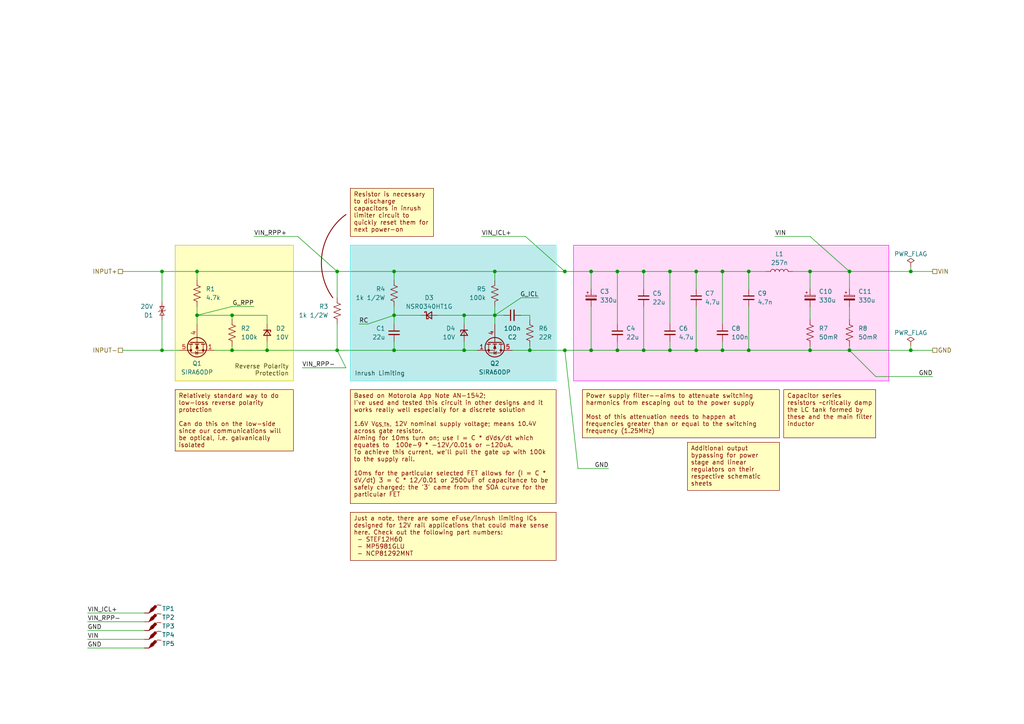
<source format=kicad_sch>
(kicad_sch (version 20230121) (generator eeschema)
  (paper "A4")
  (title_block (title "Shim Amplifier Prototype") (date "2023-08-01") (rev "A.1") (company "Ishaan Govindarajan"))
  (lib_symbols
    (symbol "Custom-Capacitor:25SVPF330M" (pin_numbers hide) (pin_names (offset 0.254) hide)
      (property "Reference" "C?" (at 0.254 1.778 0))
      (property "Value" "330u" (at 0.254 -2.032 0))
      (symbol "25SVPF330M_0_1"
        (rectangle (start -1.524 -0.3048) (end 1.524 -0.6858) (fill (type outline)))
        (rectangle (start -1.524 0.6858) (end 1.524 0.3048))
        (polyline (pts (xy -1.27 1.524) (xy -0.762 1.524)))
        (polyline (pts (xy -1.016 1.27) (xy -1.016 1.778)))
      )
      (symbol "25SVPF330M_1_1"
        (pin passive line (at 0 2.54 270) (length 1.8542) (name "~") (number "1"))
        (pin passive line (at 0 -2.54 90) (length 1.8542) (name "~") (number "2"))
      )
    )
    (symbol "Custom-Capacitor:CL10B104KB8NNWC" (pin_numbers hide) (pin_names (offset 0.254) hide)
      (property "Reference" "C" (at 0.254 1.778 0))
      (property "Value" "100n" (at 0.254 -2.032 0))
      (symbol "CL10B104KB8NNWC_0_1"
        (polyline (pts (xy -1.524 -0.508) (xy 1.524 -0.508)) (stroke (width 0.3302)))
        (polyline (pts (xy -1.524 0.508) (xy 1.524 0.508)) (stroke (width 0.3048)))
      )
      (symbol "CL10B104KB8NNWC_1_1"
        (pin passive line (at 0 2.54 270) (length 2.032) (name "~") (number "1"))
        (pin passive line (at 0 -2.54 90) (length 2.032) (name "~") (number "2"))
      )
    )
    (symbol "Custom-Capacitor:CL10B472KB8NFNC" (pin_numbers hide) (pin_names (offset 0.254) hide)
      (property "Reference" "C" (at 0.254 1.778 0))
      (property "Value" "4.7n" (at 0.254 -2.032 0))
      (symbol "CL10B472KB8NFNC_0_1"
        (polyline (pts (xy -1.524 -0.508) (xy 1.524 -0.508)) (stroke (width 0.3302)))
        (polyline (pts (xy -1.524 0.508) (xy 1.524 0.508)) (stroke (width 0.3048)))
      )
      (symbol "CL10B472KB8NFNC_1_1"
        (pin passive line (at 0 2.54 270) (length 2.032) (name "~") (number "1"))
        (pin passive line (at 0 -2.54 90) (length 2.032) (name "~") (number "2"))
      )
    )
    (symbol "Custom-Capacitor:CL21A475KLCLQNC" (pin_numbers hide) (pin_names (offset 0.254) hide)
      (property "Reference" "C" (at 0.254 1.778 0))
      (property "Value" "4.7u" (at 0.254 -2.032 0))
      (symbol "CL21A475KLCLQNC_0_1"
        (polyline (pts (xy -1.524 -0.508) (xy 1.524 -0.508)) (stroke (width 0.3302)))
        (polyline (pts (xy -1.524 0.508) (xy 1.524 0.508)) (stroke (width 0.3048)))
      )
      (symbol "CL21A475KLCLQNC_1_1"
        (pin passive line (at 0 2.54 270) (length 2.032) (name "~") (number "1"))
        (pin passive line (at 0 -2.54 90) (length 2.032) (name "~") (number "2"))
      )
    )
    (symbol "Custom-Capacitor:CL32B226KAJNNNE" (pin_numbers hide) (pin_names (offset 0.254) hide)
      (property "Reference" "C" (at 0.254 1.778 0))
      (property "Value" "22u" (at 0.254 -2.032 0))
      (symbol "CL32B226KAJNNNE_0_1"
        (polyline (pts (xy -1.524 -0.508) (xy 1.524 -0.508)) (stroke (width 0.3302)))
        (polyline (pts (xy -1.524 0.508) (xy 1.524 0.508)) (stroke (width 0.3048)))
      )
      (symbol "CL32B226KAJNNNE_1_1"
        (pin passive line (at 0 2.54 270) (length 2.032) (name "~") (number "1"))
        (pin passive line (at 0 -2.54 90) (length 2.032) (name "~") (number "2"))
      )
    )
    (symbol "Custom-CircuitProtection:SMCJ20CA" (pin_numbers hide) (pin_names (offset 1.016) hide)
      (property "Reference" "D" (at 0 2.54 0))
      (property "Value" "20V" (at 0 -2.54 0))
      (symbol "SMCJ20CA_0_1"
        (rectangle (start -1.27 0.635) (end -1.27 -0.635))
        (polyline (pts (xy -1.27 0.635) (xy -1.27 -0.635) (xy 0 0) (xy -1.27 0.635)))
        (polyline (pts (xy 1.27 0.635) (xy 1.27 -0.635) (xy 0 0) (xy 1.27 0.635)))
      )
      (symbol "SMCJ20CA_1_1"
        (polyline (pts (xy 1.27 0) (xy -1.27 0)) (stroke (width 0.1)))
        (polyline (pts (xy 0.254 1.016) (xy 0 0.762) (xy 0 -0.762) (xy -0.254 -1.016)))
        (pin passive line (at -2.54 0 0) (length 1.27) (name "K") (number "1"))
        (pin passive line (at 2.54 0 180) (length 1.27) (name "A") (number "2"))
      )
    )
    (symbol "Custom-Diode:MM3Z10VC" (pin_numbers hide) (pin_names (offset 1.016) hide)
      (property "Reference" "D" (at 0 2.54 0))
      (property "Value" "10V" (at 0 -2.54 0))
      (symbol "MM3Z10VC_0_1"
        (polyline (pts (xy 0.762 0) (xy -0.762 0)))
        (polyline (pts (xy -0.254 1.016) (xy -0.762 1.016) (xy -0.762 -1.016)) (stroke (width 0.254)))
        (polyline (pts (xy 0.762 1.016) (xy -0.762 0) (xy 0.762 -1.016) (xy 0.762 1.016)) (stroke (width 0.254)))
      )
      (symbol "MM3Z10VC_1_1"
        (pin passive line (at -2.54 0 0) (length 1.778) (name "K") (number "1"))
        (pin passive line (at 2.54 0 180) (length 1.778) (name "A") (number "2"))
      )
    )
    (symbol "Custom-Diode:NSR0340HT1G" (pin_numbers hide) (pin_names (offset 1.016) hide)
      (property "Reference" "D" (at 0 2.54 0))
      (property "Value" "NSR0340HT1G" (at 0 -2.54 0))
      (symbol "NSR0340HT1G_0_1"
        (polyline (pts (xy -0.762 0) (xy 0.762 0)))
        (polyline (pts (xy 0.762 -1.016) (xy -0.762 0) (xy 0.762 1.016) (xy 0.762 -1.016)) (stroke (width 0.254)))
        (polyline (pts (xy -1.27 0.762) (xy -1.27 1.016) (xy -0.762 1.016) (xy -0.762 -1.016) (xy -0.254 -1.016) (xy -0.254 -0.762)) (stroke (width 0.254)))
      )
      (symbol "NSR0340HT1G_1_1"
        (pin passive line (at -2.54 0 0) (length 1.778) (name "K") (number "1"))
        (pin passive line (at 2.54 0 180) (length 1.778) (name "A") (number "2"))
      )
    )
    (symbol "Custom-Inductor:2014VS-251MED" (pin_numbers hide) (pin_names (offset 1.016) hide)
      (property "Reference" "L?" (at 0 -1.27 0))
      (property "Value" "257n" (at 0 1.905 0))
      (symbol "2014VS-251MED_0_1"
        (arc (start -1.27 0) (mid -1.905 0.6323) (end -2.54 0))
        (arc (start 0 0) (mid -0.635 0.6323) (end -1.27 0))
        (arc (start 1.27 0) (mid 0.635 0.6323) (end 0 0))
        (arc (start 2.54 0) (mid 1.905 0.6323) (end 1.27 0))
      )
      (symbol "2014VS-251MED_1_1"
        (pin passive line (at -3.81 0 0) (length 1.27) (name "1") (number "1"))
        (pin passive line (at 3.81 0 180) (length 1.27) (name "2") (number "2"))
        (pin no_connect line (at 0 0 0) (length 1.27) hide (name "1") (number "3"))
      )
    )
    (symbol "Custom-LogicIC:TestPoint" (in_bom no)
      (property "Reference" "TP" (at 2.54 0 0))
      (symbol "TestPoint_1_1"
        (polyline (pts (xy -0.762 1.27) (xy 0 0.508)) (stroke (width 0) (color 72 0 0 1)))
        (polyline (pts (xy -0.508 1.524) (xy 0.254 0.762)) (stroke (width 0) (color 72 0 0 1)))
        (polyline (pts (xy -1.27 0) (xy -0.762 1.016) (xy -0.254 0.508) (xy -1.27 0)) (fill (type color) (color 132 0 0 1)))
        (polyline (pts (xy -0.762 1.016) (xy 0.508 2.286) (xy 1.016 1.778) (xy -0.254 0.508) (xy -0.762 1.016)) (fill (type color) (color 132 0 0 1)))
        (arc (start 1.778 2.286) (mid 1.2343 2.3019) (end 0.762 2.032))
        (arc (start 1.778 2.286) (mid 2.032 2.258) (end 2.286 2.286))
        (pin passive line (at -2.54 0 0) (length 1.27) (name "") (number "1"))
      )
    )
    (symbol "Custom-Resistor:CSRN2512FK50L0" (pin_numbers hide) (pin_names (offset 0))
      (property "Reference" "R" (at 2.54 0 90))
      (property "Value" "50mR" (at -2.54 0 90))
      (symbol "CSRN2512FK50L0_0_1"
        (polyline (pts (xy 0 -2.286) (xy 0 -2.54)))
        (polyline (pts (xy 0 2.286) (xy 0 2.54)))
        (polyline (pts (xy 0 -0.762) (xy 1.016 -1.143) (xy 0 -1.524) (xy -1.016 -1.905) (xy 0 -2.286)))
        (polyline (pts (xy 0 0.762) (xy 1.016 0.381) (xy 0 0) (xy -1.016 -0.381) (xy 0 -0.762)))
        (polyline (pts (xy 0 2.286) (xy 1.016 1.905) (xy 0 1.524) (xy -1.016 1.143) (xy 0 0.762)))
      )
      (symbol "CSRN2512FK50L0_1_1"
        (pin passive line (at 0 3.81 270) (length 1.27) (name "~") (number "1"))
        (pin passive line (at 0 -3.81 90) (length 1.27) (name "~") (number "2"))
      )
    )
    (symbol "Custom-Resistor:RMCF0603FT100K" (pin_numbers hide) (pin_names (offset 0))
      (property "Reference" "R" (at 2.54 0 90))
      (property "Value" "100k" (at -2.54 0 90))
      (symbol "RMCF0603FT100K_0_1"
        (polyline (pts (xy 0 -2.286) (xy 0 -2.54)))
        (polyline (pts (xy 0 2.286) (xy 0 2.54)))
        (polyline (pts (xy 0 -0.762) (xy 1.016 -1.143) (xy 0 -1.524) (xy -1.016 -1.905) (xy 0 -2.286)))
        (polyline (pts (xy 0 0.762) (xy 1.016 0.381) (xy 0 0) (xy -1.016 -0.381) (xy 0 -0.762)))
        (polyline (pts (xy 0 2.286) (xy 1.016 1.905) (xy 0 1.524) (xy -1.016 1.143) (xy 0 0.762)))
      )
      (symbol "RMCF0603FT100K_1_1"
        (pin passive line (at 0 3.81 270) (length 1.27) (name "~") (number "1"))
        (pin passive line (at 0 -3.81 90) (length 1.27) (name "~") (number "2"))
      )
    )
    (symbol "Custom-Resistor:RMCF0603FT22R0" (pin_numbers hide) (pin_names (offset 0))
      (property "Reference" "R" (at 2.54 0 90))
      (property "Value" "22R" (at -2.54 0 90))
      (symbol "RMCF0603FT22R0_0_1"
        (polyline (pts (xy 0 -2.286) (xy 0 -2.54)))
        (polyline (pts (xy 0 2.286) (xy 0 2.54)))
        (polyline (pts (xy 0 -0.762) (xy 1.016 -1.143) (xy 0 -1.524) (xy -1.016 -1.905) (xy 0 -2.286)))
        (polyline (pts (xy 0 0.762) (xy 1.016 0.381) (xy 0 0) (xy -1.016 -0.381) (xy 0 -0.762)))
        (polyline (pts (xy 0 2.286) (xy 1.016 1.905) (xy 0 1.524) (xy -1.016 1.143) (xy 0 0.762)))
      )
      (symbol "RMCF0603FT22R0_1_1"
        (pin passive line (at 0 3.81 270) (length 1.27) (name "~") (number "1"))
        (pin passive line (at 0 -3.81 90) (length 1.27) (name "~") (number "2"))
      )
    )
    (symbol "Custom-Resistor:RMCF0603FT4K70" (pin_numbers hide) (pin_names (offset 0))
      (property "Reference" "R" (at 2.54 0 90))
      (property "Value" "4.7k" (at -2.54 0 90))
      (symbol "RMCF0603FT4K70_0_1"
        (polyline (pts (xy 0 -2.286) (xy 0 -2.54)))
        (polyline (pts (xy 0 2.286) (xy 0 2.54)))
        (polyline (pts (xy 0 -0.762) (xy 1.016 -1.143) (xy 0 -1.524) (xy -1.016 -1.905) (xy 0 -2.286)))
        (polyline (pts (xy 0 0.762) (xy 1.016 0.381) (xy 0 0) (xy -1.016 -0.381) (xy 0 -0.762)))
        (polyline (pts (xy 0 2.286) (xy 1.016 1.905) (xy 0 1.524) (xy -1.016 1.143) (xy 0 0.762)))
      )
      (symbol "RMCF0603FT4K70_1_1"
        (pin passive line (at 0 3.81 270) (length 1.27) (name "~") (number "1"))
        (pin passive line (at 0 -3.81 90) (length 1.27) (name "~") (number "2"))
      )
    )
    (symbol "Custom-Resistor:RMCF1210JT1K00" (pin_numbers hide) (pin_names (offset 0))
      (property "Reference" "R" (at 2.54 0 90))
      (property "Value" "1k 1/2W" (at -2.54 0 90))
      (symbol "RMCF1210JT1K00_0_1"
        (polyline (pts (xy 0 -2.286) (xy 0 -2.54)))
        (polyline (pts (xy 0 2.286) (xy 0 2.54)))
        (polyline (pts (xy 0 -0.762) (xy 1.016 -1.143) (xy 0 -1.524) (xy -1.016 -1.905) (xy 0 -2.286)))
        (polyline (pts (xy 0 0.762) (xy 1.016 0.381) (xy 0 0) (xy -1.016 -0.381) (xy 0 -0.762)))
        (polyline (pts (xy 0 2.286) (xy 1.016 1.905) (xy 0 1.524) (xy -1.016 1.143) (xy 0 0.762)))
      )
      (symbol "RMCF1210JT1K00_1_1"
        (pin passive line (at 0 3.81 270) (length 1.27) (name "~") (number "1"))
        (pin passive line (at 0 -3.81 90) (length 1.27) (name "~") (number "2"))
      )
    )
    (symbol "Custom-Transistors:SIRA60DP-T1-GE3" (pin_names (offset 0) hide)
      (property "Reference" "Q" (at 5.08 1.27 0))
      (property "Value" "SIRA60DP" (at 5.08 -1.27 0))
      (symbol "SIRA60DP-T1-GE3_0_1"
        (polyline (pts (xy 0.0508 0) (xy 0.254 0)))
        (polyline (pts (xy 0.762 -1.778) (xy 2.54 -1.778)))
        (polyline (pts (xy 0.762 -1.27) (xy 0.762 -2.286)) (stroke (width 0.254)))
        (polyline (pts (xy 0.762 0) (xy 2.54 0)))
        (polyline (pts (xy 0.762 0.508) (xy 0.762 -0.508)) (stroke (width 0.254)))
        (polyline (pts (xy 0.762 1.778) (xy 2.54 1.778)))
        (polyline (pts (xy 0.762 2.286) (xy 0.762 1.27)) (stroke (width 0.254)))
        (polyline (pts (xy 2.54 -1.778) (xy 2.54 -2.54)))
        (polyline (pts (xy 2.54 -1.778) (xy 2.54 0)))
        (polyline (pts (xy 2.54 2.54) (xy 2.54 1.778)))
        (polyline (pts (xy 0.254 1.905) (xy 0.254 -1.905) (xy 0.254 -1.905)) (stroke (width 0.254)))
        (polyline (pts (xy 1.016 0) (xy 2.032 0.381) (xy 2.032 -0.381) (xy 1.016 0)) (fill (type outline)))
        (polyline (pts (xy 2.54 -1.778) (xy 3.302 -1.778) (xy 3.302 1.778) (xy 2.54 1.778)))
        (polyline (pts (xy 2.794 0.508) (xy 2.921 0.381) (xy 3.683 0.381) (xy 3.81 0.254)))
        (polyline (pts (xy 3.302 0.381) (xy 2.921 -0.254) (xy 3.683 -0.254) (xy 3.302 0.381)))
        (circle (center 1.651 0) (radius 2.8194) (stroke (width 0.254)))
        (circle (center 2.54 -1.778) (radius 0.2794) (fill (type outline)))
        (circle (center 2.54 1.778) (radius 0.2794) (fill (type outline)))
      )
      (symbol "SIRA60DP-T1-GE3_1_1"
        (pin passive line (at 2.54 -5.08 90) (length 2.54) (name "S") (number "1"))
        (pin passive line (at 2.54 -5.08 90) (length 2.54) hide (name "S") (number "2"))
        (pin passive line (at 2.54 -5.08 90) (length 2.54) hide (name "S") (number "3"))
        (pin input line (at -5.08 0 0) (length 5.08) (name "G") (number "4"))
        (pin passive line (at 2.54 5.08 270) (length 2.54) (name "D") (number "5"))
      )
    )
    (symbol "power:PWR_FLAG" (power) (pin_numbers hide) (pin_names (offset 0) hide)
      (property "Value" "PWR_FLAG" (at 0 3.81 0))
      (symbol "PWR_FLAG_0_0"
        (pin power_out line (at 0 0 90) (length 0) (name "pwr") (number "1"))
      )
      (symbol "PWR_FLAG_0_1"
        (polyline (pts (xy 0 0) (xy 0 1.27) (xy -1.016 1.905) (xy 0 2.54) (xy 1.016 1.905) (xy 0 1.27)))
      )
    )
  )
  (junction (at 143.51 78.74))
  (junction (at 143.51 91.44))
  (junction (at 179.07 78.74))
  (junction (at 234.95 78.74))
  (junction (at 234.95 101.6))
  (junction (at 67.31 91.44))
  (junction (at 201.93 78.74))
  (junction (at 163.83 78.74))
  (junction (at 201.93 101.6))
  (junction (at 179.07 101.6))
  (junction (at 134.62 101.6))
  (junction (at 97.79 101.6))
  (junction (at 186.69 101.6))
  (junction (at 163.83 101.6))
  (junction (at 67.31 101.6))
  (junction (at 217.17 78.74))
  (junction (at 134.62 91.44))
  (junction (at 171.45 78.74))
  (junction (at 46.99 101.6))
  (junction (at 46.99 78.74))
  (junction (at 171.45 101.6))
  (junction (at 217.17 101.6))
  (junction (at 57.15 78.74))
  (junction (at 114.3 78.74))
  (junction (at 194.31 101.6))
  (junction (at 97.79 78.74))
  (junction (at 114.3 101.6))
  (junction (at 209.55 78.74))
  (junction (at 77.47 101.6))
  (junction (at 186.69 78.74))
  (junction (at 209.55 101.6))
  (junction (at 246.38 78.74))
  (junction (at 264.16 78.74))
  (junction (at 153.67 101.6))
  (junction (at 246.38 101.6))
  (junction (at 57.15 91.44))
  (junction (at 194.31 78.74))
  (junction (at 264.16 101.6))
  (junction (at 114.3 91.44))
  (wire (pts (xy 57.15 78.74) (xy 57.15 81.28)))
  (wire (pts (xy 171.45 101.6) (xy 179.07 101.6)))
  (wire (pts (xy 171.45 88.9) (xy 171.45 101.6)))
  (wire (pts (xy 264.16 100.33) (xy 264.16 101.6)))
  (wire (pts (xy 67.31 101.6) (xy 77.47 101.6)))
  (wire (pts (xy 25.4 177.8) (xy 41.91 177.8)))
  (wire (pts (xy 46.99 78.74) (xy 46.99 87.63)))
  (wire (pts (xy 57.15 78.74) (xy 97.79 78.74)))
  (wire (pts (xy 186.69 101.6) (xy 194.31 101.6)))
  (wire (pts (xy 229.87 78.74) (xy 234.95 78.74)))
  (wire (pts (xy 186.69 88.9) (xy 186.69 101.6)))
  (wire (pts (xy 46.99 92.71) (xy 46.99 101.6)))
  (wire (pts (xy 234.95 78.74) (xy 246.38 78.74)))
  (wire (pts (xy 25.4 180.34) (xy 41.91 180.34)))
  (wire (pts (xy 186.69 78.74) (xy 194.31 78.74)))
  (wire (pts (xy 148.59 101.6) (xy 153.67 101.6)))
  (wire (pts (xy 217.17 78.74) (xy 222.25 78.74)))
  (wire (pts (xy 246.38 101.6) (xy 264.16 101.6)))
  (wire (pts (xy 246.38 78.74) (xy 246.38 83.82)))
  (wire (pts (xy 194.31 78.74) (xy 194.31 93.98)))
  (wire (pts (xy 209.55 78.74) (xy 209.55 93.98)))
  (wire (pts (xy 163.83 101.6) (xy 167.64 135.89)))
  (wire (pts (xy 153.67 101.6) (xy 163.83 101.6)))
  (wire (pts (xy 234.95 68.58) (xy 246.38 78.74)))
  (wire (pts (xy 209.55 78.74) (xy 217.17 78.74)))
  (wire (pts (xy 201.93 88.9) (xy 201.93 101.6)))
  (wire (pts (xy 77.47 101.6) (xy 97.79 101.6)))
  (wire (pts (xy 114.3 91.44) (xy 121.92 91.44)))
  (wire (pts (xy 73.66 68.58) (xy 86.36 68.58)))
  (wire (pts (xy 264.16 101.6) (xy 270.51 101.6)))
  (wire (pts (xy 246.38 101.6) (xy 254 109.22)))
  (wire (pts (xy 234.95 100.33) (xy 234.95 101.6)))
  (wire (pts (xy 186.69 78.74) (xy 186.69 83.82)))
  (wire (pts (xy 134.62 91.44) (xy 143.51 91.44)))
  (wire (pts (xy 201.93 78.74) (xy 201.93 83.82)))
  (wire (pts (xy 114.3 78.74) (xy 143.51 78.74)))
  (wire (pts (xy 46.99 101.6) (xy 52.07 101.6)))
  (wire (pts (xy 143.51 88.9) (xy 143.51 91.44)))
  (wire (pts (xy 264.16 78.74) (xy 270.51 78.74)))
  (wire (pts (xy 77.47 93.98) (xy 77.47 91.44)))
  (wire (pts (xy 143.51 91.44) (xy 146.05 91.44)))
  (wire (pts (xy 194.31 78.74) (xy 201.93 78.74)))
  (wire (pts (xy 97.79 93.98) (xy 97.79 101.6)))
  (wire (pts (xy 270.51 109.22) (xy 254 109.22)))
  (wire (pts (xy 176.53 135.89) (xy 167.64 135.89)))
  (wire (pts (xy 163.83 101.6) (xy 171.45 101.6)))
  (wire (pts (xy 67.31 91.44) (xy 67.31 92.71)))
  (wire (pts (xy 163.83 78.74) (xy 171.45 78.74)))
  (wire (pts (xy 217.17 101.6) (xy 217.17 88.9)))
  (wire (pts (xy 97.79 78.74) (xy 114.3 78.74)))
  (wire (pts (xy 152.4 68.58) (xy 163.83 78.74)))
  (wire (pts (xy 57.15 88.9) (xy 57.15 91.44)))
  (wire (pts (xy 25.4 182.88) (xy 41.91 182.88)))
  (wire (pts (xy 209.55 101.6) (xy 217.17 101.6)))
  (wire (pts (xy 171.45 78.74) (xy 171.45 83.82)))
  (wire (pts (xy 234.95 78.74) (xy 234.95 83.82)))
  (wire (pts (xy 25.4 185.42) (xy 41.91 185.42)))
  (wire (pts (xy 35.56 78.74) (xy 46.99 78.74)))
  (wire (pts (xy 57.15 91.44) (xy 67.31 88.9)))
  (wire (pts (xy 234.95 101.6) (xy 246.38 101.6)))
  (wire (pts (xy 106.68 93.98) (xy 114.3 91.44)))
  (wire (pts (xy 35.56 101.6) (xy 46.99 101.6)))
  (wire (pts (xy 114.3 101.6) (xy 134.62 101.6)))
  (wire (pts (xy 114.3 88.9) (xy 114.3 91.44)))
  (wire (pts (xy 46.99 78.74) (xy 57.15 78.74)))
  (wire (pts (xy 171.45 78.74) (xy 179.07 78.74)))
  (wire (pts (xy 156.21 86.36) (xy 151.13 86.36)))
  (wire (pts (xy 217.17 78.74) (xy 217.17 83.82)))
  (wire (pts (xy 153.67 100.33) (xy 153.67 101.6)))
  (wire (pts (xy 57.15 91.44) (xy 57.15 93.98)))
  (wire (pts (xy 143.51 78.74) (xy 163.83 78.74)))
  (wire (pts (xy 139.7 68.58) (xy 152.4 68.58)))
  (wire (pts (xy 246.38 100.33) (xy 246.38 101.6)))
  (wire (pts (xy 194.31 101.6) (xy 201.93 101.6)))
  (wire (pts (xy 151.13 86.36) (xy 143.51 91.44)))
  (wire (pts (xy 246.38 88.9) (xy 246.38 92.71)))
  (wire (pts (xy 87.63 106.68) (xy 100.33 106.68)))
  (wire (pts (xy 246.38 78.74) (xy 264.16 78.74)))
  (wire (pts (xy 179.07 78.74) (xy 179.07 93.98)))
  (wire (pts (xy 134.62 101.6) (xy 138.43 101.6)))
  (wire (pts (xy 264.16 77.47) (xy 264.16 78.74)))
  (wire (pts (xy 217.17 101.6) (xy 234.95 101.6)))
  (wire (pts (xy 209.55 99.06) (xy 209.55 101.6)))
  (wire (pts (xy 104.14 93.98) (xy 106.68 93.98)))
  (wire (pts (xy 179.07 78.74) (xy 186.69 78.74)))
  (wire (pts (xy 77.47 99.06) (xy 77.47 101.6)))
  (wire (pts (xy 114.3 78.74) (xy 114.3 81.28)))
  (wire (pts (xy 179.07 99.06) (xy 179.07 101.6)))
  (wire (pts (xy 114.3 99.06) (xy 114.3 101.6)))
  (wire (pts (xy 97.79 78.74) (xy 97.79 86.36)))
  (wire (pts (xy 67.31 88.9) (xy 73.66 88.9)))
  (wire (pts (xy 97.79 101.6) (xy 114.3 101.6)))
  (wire (pts (xy 25.4 187.96) (xy 41.91 187.96)))
  (wire (pts (xy 134.62 99.06) (xy 134.62 101.6)))
  (wire (pts (xy 67.31 100.33) (xy 67.31 101.6)))
  (wire (pts (xy 62.23 101.6) (xy 67.31 101.6)))
  (wire (pts (xy 151.13 91.44) (xy 153.67 91.44)))
  (wire (pts (xy 100.33 106.68) (xy 97.79 101.6)))
  (wire (pts (xy 194.31 99.06) (xy 194.31 101.6)))
  (wire (pts (xy 134.62 93.98) (xy 134.62 91.44)))
  (wire (pts (xy 127 91.44) (xy 134.62 91.44)))
  (wire (pts (xy 224.79 68.58) (xy 234.95 68.58)))
  (wire (pts (xy 114.3 93.98) (xy 114.3 91.44)))
  (wire (pts (xy 153.67 91.44) (xy 153.67 92.71)))
  (wire (pts (xy 201.93 78.74) (xy 209.55 78.74)))
  (wire (pts (xy 86.36 68.58) (xy 97.79 78.74)))
  (wire (pts (xy 179.07 101.6) (xy 186.69 101.6)))
  (wire (pts (xy 143.51 91.44) (xy 143.51 93.98)))
  (wire (pts (xy 77.47 91.44) (xy 67.31 91.44)))
  (wire (pts (xy 67.31 91.44) (xy 57.15 91.44)))
  (wire (pts (xy 143.51 78.74) (xy 143.51 81.28)))
  (wire (pts (xy 234.95 88.9) (xy 234.95 92.71)))
  (wire (pts (xy 201.93 101.6) (xy 209.55 101.6)))
  (arc (start 96.52 86.36) (mid 93.4318 73.5066) (end 100.33 62.23) (stroke (width 0.254) (color 132 0 0 1)))
  (rectangle (start 101.6 71.12) (end 161.29 110.49) (stroke (width 0) (color 69 235 235 1)) (fill (type color) (color 189 235 235 1)))
  (rectangle (start 50.8 71.12) (end 85.09 110.49) (stroke (width 0) (color 194 194 0 1)) (fill (type color) (color 255 255 194 1)))
  (rectangle (start 166.37 71.12) (end 257.81 110.49) (stroke (width 0) (color 255 0 255 1)) (fill (type color) (color 255 218 249 1)))
  (text_box "Additional output bypassing for power stage and linear regulators on their respective schematic sheets" (at 199.39 128.27 0) (size 26.67 13.97) (stroke (width 0) (color 132 0 0 1)) (fill (type color) (color 255 255 194 1)) (effects (font (size 1.27 1.27)) (justify left top)))
  (text_box "Power supply filter--aims to attenuate switching harmonics from escaping out to the power supply\n\nMost of this attenuation needs to happen at frequencies greater than or equal to the switching frequency (1.25MHz)" (at 168.91 113.03 0) (size 57.15 13.97) (stroke (width 0) (color 132 0 0 1)) (fill (type color) (color 255 255 194 1)) (effects (font (size 1.27 1.27)) (justify left top)))
  (text_box "Just a note, there are some eFuse/inrush limiting ICs designed for 12V rail applications that could make sense here. Check out the following part numbers:\n - STEF12H60\n - MP5981GLU\n - NCP81292MNT" (at 101.6 148.59 0) (size 59.69 13.97) (stroke (width 0) (color 132 0 0 1)) (fill (type color) (color 255 255 194 1)) (effects (font (size 1.27 1.27)) (justify left top)))
  (text_box "Based on Motorola App Note AN-1542;\nI've used and tested this circuit in other designs and it works really well especially for a discrete solution\n\n1.6V V_{GS,Th}, 12V nominal supply voltage; means 10.4V across gate resistor. \nAiming for 10ms turn on; use I = C * dVds/dt which equates to  100e-9 * -12V/0.01s or -120uA.\nTo achieve this current, we'll pull the gate up with 100k to the supply rail.\n\n10ms for the particular selected FET allows for (I = C * dV/dt) 3 = C * 12/0.01 or 2500uF of capacitance to be safely charged; the '3' came from the SOA curve for the particular FET" (at 101.6 113.03 0) (size 59.69 33.02) (stroke (width 0) (color 132 0 0 1)) (fill (type color) (color 255 255 194 1)) (effects (font (size 1.27 1.27)) (justify left top)))
  (text_box "Relatively standard way to do low-loss reverse polarity protection\n\nCan do this on the low-side since our communications will be optical, i.e. galvanically isolated" (at 50.8 113.03 0) (size 34.29 17.78) (stroke (width 0) (color 132 0 0 1)) (fill (type color) (color 255 255 194 1)) (effects (font (size 1.27 1.27)) (justify left top)))
  (text_box "Resistor is necessary to discharge capacitors in inrush limiter circuit to quickly reset them for next power-on" (at 101.6 54.61 0) (size 24.13 13.97) (stroke (width 0) (color 132 0 0 1)) (fill (type color) (color 255 255 194 1)) (effects (font (size 1.27 1.27)) (justify left top)))
  (text_box "Capacitor series resistors ~critically damp the LC tank formed by these and the main filter inductor" (at 227.33 113.03 0) (size 26.67 13.97) (stroke (width 0) (color 132 0 0 1)) (fill (type color) (color 255 255 194 1)) (effects (font (size 1.27 1.27)) (justify left top)))
  (text "Inrush Limiting\n" (at 102.87 109.22 0) (effects (font (size 1.27 1.27)) (justify left bottom)))
  (text "Reverse Polarity\nProtection" (at 83.82 109.22 0) (effects (font (size 1.27 1.27)) (justify right bottom)))
  (label "GND" (at 176.53 135.89 180))
  (label "G_ICL" (at 156.21 86.36 180))
  (label "GND" (at 270.51 109.22 180))
  (label "G_RPP" (at 73.66 88.9 180))
  (label "VIN_ICL+" (at 25.4 177.8 0))
  (label "GND" (at 25.4 182.88 0))
  (label "VIN_RPP-" (at 25.4 180.34 0))
  (label "VIN" (at 224.79 68.58 0))
  (label "VIN_RPP+" (at 73.66 68.58 0))
  (label "RC" (at 104.14 93.98 0))
  (label "VIN_ICL+" (at 139.7 68.58 0))
  (label "GND" (at 25.4 187.96 0))
  (label "VIN" (at 25.4 185.42 0))
  (label "VIN_RPP-" (at 87.63 106.68 0))
  (hierarchical_label "INPUT+" (shape passive) (at 35.56 78.74 180))
  (hierarchical_label "GND" (shape passive) (at 270.51 101.6 0))
  (hierarchical_label "INPUT-" (shape passive) (at 35.56 101.6 180))
  (hierarchical_label "VIN" (shape passive) (at 270.51 78.74 0))
  (symbol (lib_id "Custom-Resistor:RMCF0603FT22R0") (at 153.67 96.52 0) (unit 1)
    (property "Reference" "R6" (at 156.21 95.25 0) (effects (justify left)))
    (property "Value" "22R" (at 156.21 97.79 0) (effects (justify left)))
    (property "Footprint" "Resistor_SMD:R_0603_1608Metric_Pad0.98x0.95mm_HandSolder" (effects hide))
    (property "Datasheet" "https://www.seielect.com/Catalog/SEI-RMCF_RMCP.pdf" (effects hide))
    (property "Manufacturer" "Stackpole Electronics Inc" (effects hide))
    (property "Part Number" "RMCF0603FT22R0" (effects hide))
  )
  (symbol (lib_id "Custom-Capacitor:CL10B472KB8NFNC") (at 217.17 86.36 0) (unit 1)
    (property "Reference" "C9" (at 219.71 85.0963 0) (effects (justify left)))
    (property "Value" "4.7n" (at 219.71 87.6363 0) (effects (justify left)))
    (property "Footprint" "Capacitor_SMD:C_0603_1608Metric_Pad1.08x0.95mm_HandSolder" (effects hide))
    (property "Datasheet" "https://product.samsungsem.com/mlcc/CL10B472KB8NFN.do" (effects hide))
    (property "Manufacturer" "Samsung Electro-Mechanics" (effects hide))
    (property "Part Number" "CL10B472KB8NFNC" (effects hide))
  )
  (symbol (lib_id "Custom-LogicIC:TestPoint") (at 44.45 185.42 0) (unit 1) (in_bom no)
    (property "Reference" "TP4" (at 46.99 184.15 0) (effects (justify left)))
    (property "Value" "-" (effects hide))
    (property "Footprint" "TestPoint:TestPoint_Pad_D2.0mm" (effects hide))
  )
  (symbol (lib_id "Custom-Resistor:RMCF0603FT100K") (at 67.31 96.52 0) (unit 1)
    (property "Reference" "R2" (at 69.85 95.25 0) (effects (justify left)))
    (property "Value" "100k" (at 69.85 97.79 0) (effects (justify left)))
    (property "Footprint" "Resistor_SMD:R_0603_1608Metric_Pad0.98x0.95mm_HandSolder" (effects hide))
    (property "Datasheet" "https://www.seielect.com/Catalog/SEI-RMCF_RMCP.pdf" (effects hide))
    (property "Manufacturer" "Stackpole Electronics Inc" (effects hide))
    (property "Part Number" "RMCF0603FT100K" (effects hide))
  )
  (symbol (lib_id "Custom-Transistors:SIRA60DP-T1-GE3") (at 143.51 99.06 270) (unit 1)
    (property "Reference" "Q2" (at 143.51 105.41 90))
    (property "Value" "SIRA60DP" (at 143.51 107.95 90))
    (property "Footprint" "Package_DFN_QFN:PQFN-8-EP_6x5mm_P1.27mm_Generic" (effects hide))
    (property "Datasheet" "https://www.vishay.com/docs/66777/sira60dp.pdf" (effects hide))
    (property "Manufacturer" "Vishay Siliconix" (effects hide))
    (property "Part Number" "SIRA60DP-T1-GE3" (effects hide))
  )
  (symbol (lib_id "Custom-Inductor:2014VS-251MED") (at 226.06 78.74 0) (mirror y) (unit 1)
    (property "Reference" "L1" (at 226.06 73.66 0))
    (property "Value" "257n" (at 226.06 76.2 0))
    (property "Footprint" "Custom-RLC:COILCRAFT_2014" (effects hide))
    (property "Datasheet" "https://www.coilcraft.com/getmedia/55a4b40a-2e02-4bf5-b0af-2ea5db75b6cf/1010vs.pdf" (effects hide))
    (property "Manufacturer" "Coilcraft" (effects hide))
    (property "Part Number" "2014VS-251MED" (effects hide))
  )
  (symbol (lib_id "Custom-CircuitProtection:SMCJ20CA") (at 46.99 90.17 90) (mirror x) (unit 1)
    (property "Reference" "D1" (at 44.45 91.44 90) (effects (justify left)))
    (property "Value" "20V" (at 44.45 88.9 90) (effects (justify left)))
    (property "Footprint" "Diode_SMD:D_SMC" (effects hide))
    (property "Datasheet" "https://www.littelfuse.com/~/media/electronics/datasheets/tvs_diodes/littelfuse_tvs_diode_smcj_datasheet.pdf.pdf" (effects hide))
    (property "Manufacturer" "SMC Diode Solutions" (effects hide))
    (property "Part Number" "SMCJ20CA" (effects hide))
  )
  (symbol (lib_id "Custom-Resistor:RMCF1210JT1K00") (at 114.3 85.09 0) (unit 1)
    (property "Reference" "R4" (at 111.76 83.82 0) (effects (justify right)))
    (property "Value" "1k 1/2W" (at 111.76 86.36 0) (effects (justify right)))
    (property "Footprint" "Resistor_SMD:R_1210_3225Metric_Pad1.30x2.65mm_HandSolder" (effects hide))
    (property "Datasheet" "https://www.seielect.com/Catalog/SEI-RMCF_RMCP.pdf" (effects hide))
    (property "Manufacturer" "Stackpole Electronics Inc" (effects hide))
    (property "Part Number" "RMCF1210JT1K00" (effects hide))
  )
  (symbol (lib_id "Custom-Resistor:RMCF0603FT4K70") (at 57.15 85.09 0) (unit 1)
    (property "Reference" "R1" (at 59.69 83.82 0) (effects (justify left)))
    (property "Value" "4.7k" (at 59.69 86.36 0) (effects (justify left)))
    (property "Footprint" "Resistor_SMD:R_0603_1608Metric_Pad0.98x0.95mm_HandSolder" (effects hide))
    (property "Datasheet" "https://www.seielect.com/Catalog/SEI-RMCF_RMCP.pdf" (effects hide))
    (property "Manufacturer" "Stackpole Electronics Inc" (effects hide))
    (property "Part Number" "RMCF0603FT4K70" (effects hide))
  )
  (symbol (lib_id "Custom-Capacitor:CL10B104KB8NNWC") (at 209.55 96.52 0) (unit 1)
    (property "Reference" "C8" (at 212.09 95.2563 0) (effects (justify left)))
    (property "Value" "100n" (at 212.09 97.7963 0) (effects (justify left)))
    (property "Footprint" "Capacitor_SMD:C_0603_1608Metric_Pad1.08x0.95mm_HandSolder" (effects hide))
    (property "Datasheet" "https://product.samsungsem.com/mlcc/CL31B106KAHNFN.do" (effects hide))
    (property "Manufacturer" "Samsung Electro-Mechanics" (effects hide))
    (property "Part Number" "CL10B104KB8NNWC" (effects hide))
  )
  (symbol (lib_id "Custom-Diode:NSR0340HT1G") (at 124.46 91.44 0) (unit 1)
    (property "Reference" "D3" (at 124.46 86.36 0))
    (property "Value" "NSR0340HT1G" (at 124.46 88.9 0))
    (property "Footprint" "Diode_SMD:D_SOD-323_HandSoldering" (effects hide))
    (property "Datasheet" "https://www.onsemi.com/pdf/datasheet/nsr0340h-d.pdf" (effects hide))
    (property "Manufacturer" "onsemi" (effects hide))
    (property "Part Number" "NSR0340HT1G" (effects hide))
  )
  (symbol (lib_id "Custom-LogicIC:TestPoint") (at 44.45 182.88 0) (unit 1) (in_bom no)
    (property "Reference" "TP3" (at 46.99 181.61 0) (effects (justify left)))
    (property "Value" "-" (effects hide))
    (property "Footprint" "TestPoint:TestPoint_Pad_D2.0mm" (effects hide))
  )
  (symbol (lib_id "Custom-Resistor:CSRN2512FK50L0") (at 234.95 96.52 0) (unit 1)
    (property "Reference" "R7" (at 237.49 95.25 0) (effects (justify left)))
    (property "Value" "50mR" (at 237.49 97.79 0) (effects (justify left)))
    (property "Footprint" "Resistor_SMD:R_2512_6332Metric_Pad1.40x3.35mm_HandSolder" (effects hide))
    (property "Datasheet" "https://www.seielect.com/catalog/sei-csr_csrn.pdf" (effects hide))
    (property "Manufacturer" "Stackpole Electronics Inc" (effects hide))
    (property "Part Number" "CSRN2512FK50L0" (effects hide))
  )
  (symbol (lib_id "Custom-Transistors:SIRA60DP-T1-GE3") (at 57.15 99.06 90) (mirror x) (unit 1)
    (property "Reference" "Q1" (at 57.15 105.41 90))
    (property "Value" "SIRA60DP" (at 57.15 107.95 90))
    (property "Footprint" "Package_DFN_QFN:PQFN-8-EP_6x5mm_P1.27mm_Generic" (effects hide))
    (property "Datasheet" "https://www.vishay.com/docs/66777/sira60dp.pdf" (effects hide))
    (property "Manufacturer" "Vishay Siliconix" (effects hide))
    (property "Part Number" "SIRA60DP-T1-GE3" (effects hide))
  )
  (symbol (lib_id "Custom-Capacitor:CL10B104KB8NNWC") (at 148.59 91.44 90) (mirror x) (unit 1)
    (property "Reference" "C2" (at 148.5963 97.79 90))
    (property "Value" "100n" (at 148.5963 95.25 90))
    (property "Footprint" "Capacitor_SMD:C_0603_1608Metric_Pad1.08x0.95mm_HandSolder" (effects hide))
    (property "Datasheet" "https://product.samsungsem.com/mlcc/CL31B106KAHNFN.do" (effects hide))
    (property "Manufacturer" "Samsung Electro-Mechanics" (effects hide))
    (property "Part Number" "CL10B104KB8NNWC" (effects hide))
  )
  (symbol (lib_id "Custom-Capacitor:25SVPF330M") (at 234.95 86.36 0) (unit 1)
    (property "Reference" "C10" (at 237.49 84.5439 0) (effects (justify left)))
    (property "Value" "330u" (at 237.49 87.0839 0) (effects (justify left)))
    (property "Footprint" "Capacitor_SMD:CP_Elec_10x12.6" (effects hide))
    (property "Datasheet" "https://industrial.panasonic.com/ww/products/pt/os-con/models/25SVPF330M" (effects hide))
    (property "Manufacturer" "Panasonic Electronic Components" (effects hide))
    (property "Part Number" "25SVPF330M" (effects hide))
  )
  (symbol (lib_id "Custom-Capacitor:CL32B226KAJNNNE") (at 179.07 96.52 0) (unit 1)
    (property "Reference" "C4" (at 181.61 95.2563 0) (effects (justify left)))
    (property "Value" "22u" (at 181.61 97.7963 0) (effects (justify left)))
    (property "Footprint" "Capacitor_SMD:C_1210_3225Metric_Pad1.33x2.70mm_HandSolder" (effects hide))
    (property "Datasheet" "https://product.samsungsem.com/mlcc/CL32B226KAJNNN.do" (effects hide))
    (property "Manufacturer" "Samsung Electro-Mechanics" (effects hide))
    (property "Part Number" "CL32B226KAJNNNE" (effects hide))
  )
  (symbol (lib_id "Custom-LogicIC:TestPoint") (at 44.45 187.96 0) (unit 1) (in_bom no)
    (property "Reference" "TP5" (at 46.99 186.69 0) (effects (justify left)))
    (property "Value" "-" (effects hide))
    (property "Footprint" "TestPoint:TestPoint_Pad_D2.0mm" (effects hide))
  )
  (symbol (lib_id "Custom-Capacitor:CL21A475KLCLQNC") (at 194.31 96.52 0) (unit 1)
    (property "Reference" "C6" (at 196.85 95.2563 0) (effects (justify left)))
    (property "Value" "4.7u" (at 196.85 97.7963 0) (effects (justify left)))
    (property "Footprint" "Capacitor_SMD:C_0805_2012Metric_Pad1.18x1.45mm_HandSolder" (effects hide))
    (property "Datasheet" "https://media.digikey.com/pdf/Data%20Sheets/Samsung%20PDFs/CL21A475KLCLQNC_Spec.pdf" (effects hide))
    (property "Manufacturer" "Samsung Electro-Mechanics" (effects hide))
    (property "Part Number" "CL21A475KLCLQNC" (effects hide))
  )
  (symbol (lib_id "Custom-Capacitor:CL32B226KAJNNNE") (at 186.69 86.36 0) (unit 1)
    (property "Reference" "C5" (at 189.23 85.0963 0) (effects (justify left)))
    (property "Value" "22u" (at 189.23 87.6363 0) (effects (justify left)))
    (property "Footprint" "Capacitor_SMD:C_1210_3225Metric_Pad1.33x2.70mm_HandSolder" (effects hide))
    (property "Datasheet" "https://product.samsungsem.com/mlcc/CL32B226KAJNNN.do" (effects hide))
    (property "Manufacturer" "Samsung Electro-Mechanics" (effects hide))
    (property "Part Number" "CL32B226KAJNNNE" (effects hide))
  )
  (symbol (lib_id "Custom-Capacitor:25SVPF330M") (at 246.38 86.36 0) (unit 1)
    (property "Reference" "C11" (at 248.92 84.5439 0) (effects (justify left)))
    (property "Value" "330u" (at 248.92 87.0839 0) (effects (justify left)))
    (property "Footprint" "Capacitor_SMD:CP_Elec_10x12.6" (effects hide))
    (property "Datasheet" "https://industrial.panasonic.com/ww/products/pt/os-con/models/25SVPF330M" (effects hide))
    (property "Manufacturer" "Panasonic Electronic Components" (effects hide))
    (property "Part Number" "25SVPF330M" (effects hide))
  )
  (symbol (lib_id "Custom-Resistor:RMCF0603FT100K") (at 143.51 85.09 0) (mirror y) (unit 1)
    (property "Reference" "R5" (at 140.97 83.82 0) (effects (justify left)))
    (property "Value" "100k" (at 140.97 86.36 0) (effects (justify left)))
    (property "Footprint" "Resistor_SMD:R_0603_1608Metric_Pad0.98x0.95mm_HandSolder" (effects hide))
    (property "Datasheet" "https://www.seielect.com/Catalog/SEI-RMCF_RMCP.pdf" (effects hide))
    (property "Manufacturer" "Stackpole Electronics Inc" (effects hide))
    (property "Part Number" "RMCF0603FT100K" (effects hide))
  )
  (symbol (lib_id "Custom-Diode:MM3Z10VC") (at 77.47 96.52 270) (unit 1)
    (property "Reference" "D2" (at 80.01 95.25 90) (effects (justify left)))
    (property "Value" "10V" (at 80.01 97.79 90) (effects (justify left)))
    (property "Footprint" "Diode_SMD:D_SOD-323_HandSoldering" (effects hide))
    (property "Manufacturer" "onsemi" (effects hide))
    (property "Part Number" "MM3Z10VC" (effects hide))
  )
  (symbol (lib_id "Custom-LogicIC:TestPoint") (at 44.45 177.8 0) (unit 1) (in_bom no)
    (property "Reference" "TP1" (at 46.99 176.53 0) (effects (justify left)))
    (property "Value" "-" (effects hide))
    (property "Footprint" "TestPoint:TestPoint_Pad_D2.0mm" (effects hide))
  )
  (symbol (lib_id "Custom-Capacitor:25SVPF330M") (at 171.45 86.36 0) (unit 1)
    (property "Reference" "C3" (at 173.99 84.5439 0) (effects (justify left)))
    (property "Value" "330u" (at 173.99 87.0839 0) (effects (justify left)))
    (property "Footprint" "Capacitor_SMD:CP_Elec_10x12.6" (effects hide))
    (property "Datasheet" "https://industrial.panasonic.com/ww/products/pt/os-con/models/25SVPF330M" (effects hide))
    (property "Manufacturer" "Panasonic Electronic Components" (effects hide))
    (property "Part Number" "25SVPF330M" (effects hide))
  )
  (symbol (lib_id "Custom-Diode:MM3Z10VC") (at 134.62 96.52 90) (mirror x) (unit 1)
    (property "Reference" "D4" (at 132.08 95.25 90) (effects (justify left)))
    (property "Value" "10V" (at 132.08 97.79 90) (effects (justify left)))
    (property "Footprint" "Diode_SMD:D_SOD-323_HandSoldering" (effects hide))
    (property "Manufacturer" "onsemi" (effects hide))
    (property "Part Number" "MM3Z10VC" (effects hide))
  )
  (symbol (lib_id "Custom-Resistor:CSRN2512FK50L0") (at 246.38 96.52 0) (unit 1)
    (property "Reference" "R8" (at 248.92 95.25 0) (effects (justify left)))
    (property "Value" "50mR" (at 248.92 97.79 0) (effects (justify left)))
    (property "Footprint" "Resistor_SMD:R_2512_6332Metric_Pad1.40x3.35mm_HandSolder" (effects hide))
    (property "Datasheet" "https://www.seielect.com/catalog/sei-csr_csrn.pdf" (effects hide))
    (property "Manufacturer" "Stackpole Electronics Inc" (effects hide))
    (property "Part Number" "CSRN2512FK50L0" (effects hide))
  )
  (symbol (lib_id "Custom-Resistor:RMCF1210JT1K00") (at 97.79 90.17 0) (unit 1)
    (property "Reference" "R3" (at 95.25 88.9 0) (effects (justify right)))
    (property "Value" "1k 1/2W" (at 95.25 91.44 0) (effects (justify right)))
    (property "Footprint" "Resistor_SMD:R_1210_3225Metric_Pad1.30x2.65mm_HandSolder" (effects hide))
    (property "Datasheet" "https://www.seielect.com/Catalog/SEI-RMCF_RMCP.pdf" (effects hide))
    (property "Manufacturer" "Stackpole Electronics Inc" (effects hide))
    (property "Part Number" "RMCF1210JT1K00" (effects hide))
  )
  (symbol (lib_id "Custom-Capacitor:CL32B226KAJNNNE") (at 114.3 96.52 0) (unit 1)
    (property "Reference" "C1" (at 111.76 95.2563 0) (effects (justify right)))
    (property "Value" "22u" (at 111.76 97.7963 0) (effects (justify right)))
    (property "Footprint" "Capacitor_SMD:C_1210_3225Metric_Pad1.33x2.70mm_HandSolder" (effects hide))
    (property "Datasheet" "https://product.samsungsem.com/mlcc/CL32B226KAJNNN.do" (effects hide))
    (property "Manufacturer" "Samsung Electro-Mechanics" (effects hide))
    (property "Part Number" "CL32B226KAJNNNE" (effects hide))
  )
  (symbol (lib_id "power:PWR_FLAG") (at 264.16 100.33 0) (unit 1)
    (property "Reference" "#FLG02" (effects hide))
    (property "Value" "PWR_FLAG" (at 264.16 96.52 0))
  )
  (symbol (lib_id "Custom-LogicIC:TestPoint") (at 44.45 180.34 0) (unit 1) (in_bom no)
    (property "Reference" "TP2" (at 46.99 179.07 0) (effects (justify left)))
    (property "Value" "-" (effects hide))
    (property "Footprint" "TestPoint:TestPoint_Pad_D2.0mm" (effects hide))
  )
  (symbol (lib_id "power:PWR_FLAG") (at 264.16 77.47 0) (unit 1)
    (property "Reference" "#FLG01" (effects hide))
    (property "Value" "PWR_FLAG" (at 264.16 73.66 0))
  )
  (symbol (lib_id "Custom-Capacitor:CL21A475KLCLQNC") (at 201.93 86.36 0) (unit 1)
    (property "Reference" "C7" (at 204.47 85.0963 0) (effects (justify left)))
    (property "Value" "4.7u" (at 204.47 87.6363 0) (effects (justify left)))
    (property "Footprint" "Capacitor_SMD:C_0805_2012Metric_Pad1.18x1.45mm_HandSolder" (effects hide))
    (property "Datasheet" "https://media.digikey.com/pdf/Data%20Sheets/Samsung%20PDFs/CL21A475KLCLQNC_Spec.pdf" (effects hide))
    (property "Manufacturer" "Samsung Electro-Mechanics" (effects hide))
    (property "Part Number" "CL21A475KLCLQNC" (effects hide))
  )
)
</source>
